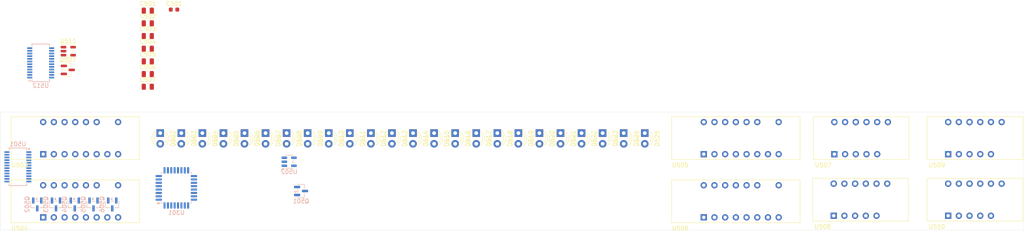
<source format=kicad_pcb>
(kicad_pcb (version 20241229) (generator "pcbnew") (generator_version "9.0")
  (layers (0 "F.Cu" signal) (2 "B.Cu" signal) (13 "F.Paste" user) (15 "B.Paste" user) (5 "F.SilkS" user "F.Silkscreen") (7 "B.SilkS" user "B.Silkscreen") (1 "F.Mask" user) (3 "B.Mask" user) (25 "Edge.Cuts" user))
  (net 0 "")
  (net 1 "Net-(Q501-S)")
  (net 2 "Net-(Q501-D)")
  (net 3 "Net-(Q501-G)")
  (net 7 "Net-(D502-A)")
  (net 35 "/Display/LINE1_1")
  (net 36 "VDD")
  (net 37 "GND")
  (net 38 "Net-(U502--)")
  (net 39 "/Display/LINE1_2")
  (net 40 "Net-(D501-A)")
  (net 41 "/Display/DIS1_EN")
  (net 42 "Net-(Q503-D)")
  (net 43 "/Display/DIS2_EN")
  (net 44 "Net-(Q504-D)")
  (net 45 "/Display/DIS3_EN")
  (net 46 "/Display/DIS4_EN")
  (net 47 "Net-(Q505-D)")
  (net 48 "Net-(Q506-D)")
  (net 49 "/Display/DIS5_EN")
  (net 50 "LED_BRIGHT")
  (net 51 "/Display/DIS1_DP")
  (net 52 "/Display/DIS1_C")
  (net 53 "/Display/DIS1_F")
  (net 54 "/Display/DIS1_E")
  (net 55 "/Display/DIS1_G")
  (net 56 "/Display/DIS1_D")
  (net 57 "/Display/DIS1_B")
  (net 58 "/Display/DIS1_A")
  (net 59 "/Display/DIS2_G")
  (net 60 "/Display/DIS2_DP")
  (net 61 "/Display/DIS2_D")
  (net 62 "/Display/DIS2_E")
  (net 63 "/Display/DIS2_C")
  (net 64 "/Display/DIS2_B")
  (net 65 "/Display/DIS2_F")
  (net 92 "/Display/DIS2_A")
  (net 138 "/Display/!SCT_LA")
  (net 139 "/Display/!SCT_EN")
  (net 140 "/Display/STC_SDI")
  (net 141 "Net-(U501-CLK)")
  (net 142 "Net-(U501-VDD)")
  (net 143 "/Display/LINE1_3")
  (net 144 "/Display/LINE1_4")
  (net 145 "/Display/LINE1_5")
  (net 146 "/Display/LINE1_6")
  (net 147 "/Display/LINE1_7")
  (net 148 "/Display/LINE1_8")
  (net 149 "/Display/LINE1_9")
  (net 150 "/Display/LINE1_10")
  (net 151 "/Display/LINE1_11")
  (net 152 "/Display/LINE1_12")
  (net 153 "/Display/LINE1_13")
  (net 154 "/Display/LINE1_14")
  (net 155 "/Display/LINE1_15")
  (net 156 "/Display/LINE1_16")
  (net 157 "/Display/LINE1_17")
  (net 158 "/Display/LINE1_18")
  (net 159 "/Display/LINE1_19")
  (net 160 "/Display/LINE1_20")
  (net 161 "/Display/LINE1_21")
  (net 162 "/Display/LINE1_22")
  (net 163 "/Display/LINE1_23")
  (net 164 "/Display/LINE1_24")
  (net 165 "Net-(Q507-G)")
  (net 166 "Net-(Q507-S)")
  (net 167 "Net-(Q507-D)")
  (net 168 "+3.3V")
  (net 169 "Net-(U511--)")
  (net 170 "Net-(U512-VDD)")
  (net 171 "Net-(U512-CLK)")
  (footprint "Capacitor_SMD:C_0805_2012Metric" (layer "F.Cu") (at 60.05 28.95)
    (property "Reference" "C502" (at 0 -1.68 0) (layer "F.SilkS"))
    (property "Value" "4u7")
    (pad "1" smd roundrect (at -0.95 0) (size 1 1.45) (layers "F.Cu" "F.Mask" "F.Paste") (net 168 "+3.3V"))
    (pad "2" smd roundrect (at 0.95 0) (size 1 1.45) (layers "F.Cu" "F.Mask" "F.Paste") (net 37 "GND"))
  )
  (footprint "LED_THT:LED_D3.0mm" (layer "F.Cu") (at 133 55 -90)
    (property "Reference" "D516" (at 1.27 -2.96 90) (layer "F.SilkS"))
    (property "Value" "LED")
    (pad "1" thru_hole rect (at 0 0 270) (size 1.8 1.8) (drill 0.9) (layers "*.Cu" "*.Mask") (net 155 "/Display/LINE1_15"))
    (pad "2" thru_hole circle (at 2.54 0 270) (size 1.8 1.8) (drill 0.9) (layers "*.Cu" "*.Mask") (net 7 "Net-(D502-A)"))
  )
  (footprint "LED_THT:LED_D3.0mm" (layer "F.Cu") (at 123 55 -90)
    (property "Reference" "D514" (at 1.27 -2.96 90) (layer "F.SilkS"))
    (property "Value" "LED")
    (pad "1" thru_hole rect (at 0 0 270) (size 1.8 1.8) (drill 0.9) (layers "*.Cu" "*.Mask") (net 153 "/Display/LINE1_13"))
    (pad "2" thru_hole circle (at 2.54 0 270) (size 1.8 1.8) (drill 0.9) (layers "*.Cu" "*.Mask") (net 7 "Net-(D502-A)"))
  )
  (footprint "LED_THT:LED_D3.0mm" (layer "F.Cu") (at 98 55 -90)
    (property "Reference" "D509" (at 1.27 -2.96 90) (layer "F.SilkS"))
    (property "Value" "LED")
    (pad "1" thru_hole rect (at 0 0 270) (size 1.8 1.8) (drill 0.9) (layers "*.Cu" "*.Mask") (net 148 "/Display/LINE1_8"))
    (pad "2" thru_hole circle (at 2.54 0 270) (size 1.8 1.8) (drill 0.9) (layers "*.Cu" "*.Mask") (net 7 "Net-(D502-A)"))
  )
  (footprint "LED_THT:LED_D3.0mm" (layer "F.Cu") (at 173 55 -90)
    (property "Reference" "D524" (at 1.27 -2.96 90) (layer "F.SilkS"))
    (property "Value" "LED")
    (pad "1" thru_hole rect (at 0 0 270) (size 1.8 1.8) (drill 0.9) (layers "*.Cu" "*.Mask") (net 163 "/Display/LINE1_23"))
    (pad "2" thru_hole circle (at 2.54 0 270) (size 1.8 1.8) (drill 0.9) (layers "*.Cu" "*.Mask") (net 7 "Net-(D502-A)"))
  )
  (footprint "JPDisplays:KW3-281AVA" (layer "F.Cu") (at 229.35 56.19)
    (property "Reference" "U507" (at -9 6.4 180) (layer "F.SilkS"))
    (property "Value" "KW3-281AVA")
    (pad "1" thru_hole rect (at -6.35 3.81 90) (size 1.5 1.5) (drill 0.8) (layers "*.Cu" "*.Mask"))
    (pad "2" thru_hole circle (at -3.81 3.81 90) (size 1.5 1.5) (drill 0.8) (layers "*.Cu" "*.Mask"))
    (pad "3" thru_hole circle (at -1.27 3.81 90) (size 1.5 1.5) (drill 0.8) (layers "*.Cu" "*.Mask"))
    (pad "4" thru_hole circle (at 1.27 3.81 90) (size 1.5 1.5) (drill 0.8) (layers "*.Cu" "*.Mask"))
    (pad "5" thru_hole circle (at 3.81 3.81 90) (size 1.5 1.5) (drill 0.8) (layers "*.Cu" "*.Mask"))
    (pad "7" thru_hole circle (at 6.35 -3.81 90) (size 1.5 1.5) (drill 0.8) (layers "*.Cu" "*.Mask"))
    (pad "8" thru_hole circle (at 3.81 -3.81 90) (size 1.5 1.5) (drill 0.8) (layers "*.Cu" "*.Mask"))
    (pad "9" thru_hole circle (at 1.27 -3.81 90) (size 1.5 1.5) (drill 0.8) (layers "*.Cu" "*.Mask"))
    (pad "10" thru_hole circle (at -1.27 -3.81 90) (size 1.5 1.5) (drill 0.8) (layers "*.Cu" "*.Mask"))
    (pad "10" thru_hole circle (at -1.27 -3.81 90) (size 1.5 1.5) (drill 0.8) (layers "*.Cu" "*.Mask"))
    (pad "11" thru_hole circle (at -3.81 -3.81 90) (size 1.5 1.5) (drill 0.8) (layers "*.Cu" "*.Mask"))
    (pad "12" thru_hole circle (at -6.35 -3.81 90) (size 1.5 1.5) (drill 0.8) (layers "*.Cu" "*.Mask"))
    (pad "12" thru_hole circle (at -6.35 -3.81 90) (size 1.5 1.5) (drill 0.8) (layers "*.Cu" "*.Mask"))
  )
  (footprint "LED_THT:LED_D3.0mm" (layer "F.Cu") (at 178 55 -90)
    (property "Reference" "D525" (at 1.27 -2.96 90) (layer "F.SilkS"))
    (property "Value" "LED")
    (pad "1" thru_hole rect (at 0 0 270) (size 1.8 1.8) (drill 0.9) (layers "*.Cu" "*.Mask") (net 164 "/Display/LINE1_24"))
    (pad "2" thru_hole circle (at 2.54 0 270) (size 1.8 1.8) (drill 0.9) (layers "*.Cu" "*.Mask") (net 7 "Net-(D502-A)"))
  )
  (footprint "Package_TO_SOT_SMD:SOT-23" (layer "F.Cu") (at 41.0625 40)
    (property "Reference" "Q507" (at 0 -2.4 0) (layer "F.SilkS"))
    (property "Value" "IRLML2502")
    (pad "1" smd roundrect (at -0.9375 -0.95) (size 1.475 0.6) (layers "F.Cu" "F.Mask" "F.Paste") (net 165 "Net-(Q507-G)"))
    (pad "2" smd roundrect (at -0.9375 0.95) (size 1.475 0.6) (layers "F.Cu" "F.Mask" "F.Paste") (net 166 "Net-(Q507-S)"))
    (pad "3" smd roundrect (at 0.9375 0) (size 1.475 0.6) (layers "F.Cu" "F.Mask" "F.Paste") (net 167 "Net-(Q507-D)"))
  )
  (footprint "LED_THT:LED_D3.0mm" (layer "F.Cu") (at 153 55 -90)
    (property "Reference" "D520" (at 1.27 -2.96 90) (layer "F.SilkS"))
    (property "Value" "LED")
    (pad "1" thru_hole rect (at 0 0 270) (size 1.8 1.8) (drill 0.9) (layers "*.Cu" "*.Mask") (net 159 "/Display/LINE1_19"))
    (pad "2" thru_hole circle (at 2.54 0 270) (size 1.8 1.8) (drill 0.9) (layers "*.Cu" "*.Mask") (net 7 "Net-(D502-A)"))
  )
  (footprint "LED_THT:LED_D3.0mm" (layer "F.Cu") (at 168 55 -90)
    (property "Reference" "D523" (at 1.27 -2.96 90) (layer "F.SilkS"))
    (property "Value" "LED")
    (pad "1" thru_hole rect (at 0 0 270) (size 1.8 1.8) (drill 0.9) (layers "*.Cu" "*.Mask") (net 162 "/Display/LINE1_22"))
    (pad "2" thru_hole circle (at 2.54 0 270) (size 1.8 1.8) (drill 0.9) (layers "*.Cu" "*.Mask") (net 7 "Net-(D502-A)"))
  )
  (footprint "LED_THT:LED_D3.0mm" (layer "F.Cu") (at 113 55 -90)
    (property "Reference" "D512" (at 1.27 -2.96 90) (layer "F.SilkS"))
    (property "Value" "LED")
    (pad "1" thru_hole rect (at 0 0 270) (size 1.8 1.8) (drill 0.9) (layers "*.Cu" "*.Mask") (net 151 "/Display/LINE1_11"))
    (pad "2" thru_hole circle (at 2.54 0 270) (size 1.8 1.8) (drill 0.9) (layers "*.Cu" "*.Mask") (net 7 "Net-(D502-A)"))
  )
  (footprint "LED_THT:LED_D3.0mm" (layer "F.Cu") (at 78 55 -90)
    (property "Reference" "D505" (at 1.27 -2.96 90) (layer "F.SilkS"))
    (property "Value" "LED")
    (pad "1" thru_hole rect (at 0 0 270) (size 1.8 1.8) (drill 0.9) (layers "*.Cu" "*.Mask") (net 144 "/Display/LINE1_4"))
    (pad "2" thru_hole circle (at 2.54 0 270) (size 1.8 1.8) (drill 0.9) (layers "*.Cu" "*.Mask") (net 7 "Net-(D502-A)"))
  )
  (footprint "Capacitor_SMD:C_0805_2012Metric" (layer "F.Cu") (at 60.05 40.99)
    (property "Reference" "C506" (at 0 -1.68 0) (layer "F.SilkS"))
    (property "Value" "4u7")
    (pad "1" smd roundrect (at -0.95 0) (size 1 1.45) (layers "F.Cu" "F.Mask" "F.Paste") (net 168 "+3.3V"))
    (pad "2" smd roundrect (at 0.95 0) (size 1 1.45) (layers "F.Cu" "F.Mask" "F.Paste") (net 37 "GND"))
  )
  (footprint "Capacitor_SMD:C_0805_2012Metric" (layer "F.Cu") (at 60.05 44)
    (property "Reference" "C507" (at 0 -1.68 0) (layer "F.SilkS"))
    (property "Value" "1u")
    (pad "1" smd roundrect (at -0.95 0) (size 1 1.45) (layers "F.Cu" "F.Mask" "F.Paste") (net 168 "+3.3V"))
    (pad "2" smd roundrect (at 0.95 0) (size 1 1.45) (layers "F.Cu" "F.Mask" "F.Paste") (net 37 "GND"))
  )
  (footprint "LED_THT:LED_D3.0mm" (layer "F.Cu") (at 158 55 -90)
    (property "Reference" "D521" (at 1.27 -2.96 90) (layer "F.SilkS"))
    (property "Value" "LED")
    (pad "1" thru_hole rect (at 0 0 270) (size 1.8 1.8) (drill 0.9) (layers "*.Cu" "*.Mask") (net 160 "/Display/LINE1_20"))
    (pad "2" thru_hole circle (at 2.54 0 270) (size 1.8 1.8) (drill 0.9) (layers "*.Cu" "*.Mask") (net 7 "Net-(D502-A)"))
  )
  (footprint "LED_THT:LED_D3.0mm" (layer "F.Cu") (at 148 55 -90)
    (property "Reference" "D519" (at 1.27 -2.96 90) (layer "F.SilkS"))
    (property "Value" "LED")
    (pad "1" thru_hole rect (at 0 0 270) (size 1.8 1.8) (drill 0.9) (layers "*.Cu" "*.Mask") (net 158 "/Display/LINE1_18"))
    (pad "2" thru_hole circle (at 2.54 0 270) (size 1.8 1.8) (drill 0.9) (layers "*.Cu" "*.Mask") (net 7 "Net-(D502-A)"))
  )
  (footprint "JPDisplays:KW3-281AVA" (layer "F.Cu") (at 256.35 56.19)
    (property "Reference" "U509" (at -9 6.4 180) (layer "F.SilkS"))
    (property "Value" "KW3-281AVA")
    (pad "1" thru_hole rect (at -6.35 3.81 90) (size 1.5 1.5) (drill 0.8) (layers "*.Cu" "*.Mask"))
    (pad "2" thru_hole circle (at -3.81 3.81 90) (size 1.5 1.5) (drill 0.8) (layers "*.Cu" "*.Mask"))
    (pad "3" thru_hole circle (at -1.27 3.81 90) (size 1.5 1.5) (drill 0.8) (layers "*.Cu" "*.Mask"))
    (pad "4" thru_hole circle (at 1.27 3.81 90) (size 1.5 1.5) (drill 0.8) (layers "*.Cu" "*.Mask"))
    (pad "5" thru_hole circle (at 3.81 3.81 90) (size 1.5 1.5) (drill 0.8) (layers "*.Cu" "*.Mask"))
    (pad "7" thru_hole circle (at 6.35 -3.81 90) (size 1.5 1.5) (drill 0.8) (layers "*.Cu" "*.Mask"))
    (pad "8" thru_hole circle (at 3.81 -3.81 90) (size 1.5 1.5) (drill 0.8) (layers "*.Cu" "*.Mask"))
    (pad "9" thru_hole circle (at 1.27 -3.81 90) (size 1.5 1.5) (drill 0.8) (layers "*.Cu" "*.Mask"))
    (pad "10" thru_hole circle (at -1.27 -3.81 90) (size 1.5 1.5) (drill 0.8) (layers "*.Cu" "*.Mask"))
    (pad "10" thru_hole circle (at -1.27 -3.81 90) (size 1.5 1.5) (drill 0.8) (layers "*.Cu" "*.Mask"))
    (pad "11" thru_hole circle (at -3.81 -3.81 90) (size 1.5 1.5) (drill 0.8) (layers "*.Cu" "*.Mask"))
    (pad "12" thru_hole circle (at -6.35 -3.81 90) (size 1.5 1.5) (drill 0.8) (layers "*.Cu" "*.Mask"))
    (pad "12" thru_hole circle (at -6.35 -3.81 90) (size 1.5 1.5) (drill 0.8) (layers "*.Cu" "*.Mask"))
  )
  (footprint "LED_THT:LED_D3.0mm" (layer "F.Cu") (at 73 55 -90)
    (property "Reference" "D504" (at 1.27 -2.96 90) (layer "F.SilkS"))
    (property "Value" "LED")
    (pad "1" thru_hole rect (at 0 0 270) (size 1.8 1.8) (drill 0.9) (layers "*.Cu" "*.Mask") (net 143 "/Display/LINE1_3"))
    (pad "2" thru_hole circle (at 2.54 0 270) (size 1.8 1.8) (drill 0.9) (layers "*.Cu" "*.Mask") (net 7 "Net-(D502-A)"))
  )
  (footprint "LED_THT:LED_D3.0mm" (layer "F.Cu") (at 93 55 -90)
    (property "Reference" "D508" (at 1.27 -2.96 90) (layer "F.SilkS"))
    (property "Value" "LED")
    (pad "1" thru_hole rect (at 0 0 270) (size 1.8 1.8) (drill 0.9) (layers "*.Cu" "*.Mask") (net 147 "/Display/LINE1_7"))
    (pad "2" thru_hole circle (at 2.54 0 270) (size 1.8 1.8) (drill 0.9) (layers "*.Cu" "*.Mask") (net 7 "Net-(D502-A)"))
  )
  (footprint "LED_THT:LED_D3.0mm" (layer "F.Cu") (at 138 55 -90)
    (property "Reference" "D517" (at 1.27 -2.96 90) (layer "F.SilkS"))
    (property "Value" "LED")
    (pad "1" thru_hole rect (at 0 0 270) (size 1.8 1.8) (drill 0.9) (layers "*.Cu" "*.Mask") (net 156 "/Display/LINE1_16"))
    (pad "2" thru_hole circle (at 2.54 0 270) (size 1.8 1.8) (drill 0.9) (layers "*.Cu" "*.Mask") (net 7 "Net-(D502-A)"))
  )
  (footprint "JPDisplays:LFD028BUE-103A" (layer "F.Cu") (at 199.62 56.19)
    (property "Reference" "U505" (at -13.2 6.4 180) (layer "F.SilkS"))
    (property "Value" "LFD028BUE-103A")
    (pad "1" thru_hole rect (at -7.62 3.81 90) (size 1.5 1.5) (drill 0.8) (layers "*.Cu" "*.Mask"))
    (pad "2" thru_hole circle (at -5.08 3.81 90) (size 1.5 1.5) (drill 0.8) (layers "*.Cu" "*.Mask"))
    (pad "3" thru_hole circle (at -2.54 3.81 90) (size 1.5 1.5) (drill 0.8) (layers "*.Cu" "*.Mask"))
    (pad "4" thru_hole circle (at 0 3.81 90) (size 1.5 1.5) (drill 0.8) (layers "*.Cu" "*.Mask"))
    (pad "5" thru_hole circle (at 2.54 3.81 90) (size 1.5 1.5) (drill 0.8) (layers "*.Cu" "*.Mask"))
    (pad "6" thru_hole circle (at 5.08 3.81 90) (size 1.5 1.5) (drill 0.8) (layers "*.Cu" "*.Mask"))
    (pad "7" thru_hole circle (at 7.62 3.81 90) (size 1.5 1.5) (drill 0.8) (layers "*.Cu" "*.Mask"))
    (pad "8" thru_hole circle (at 10.16 3.81 90) (size 1.5 1.5) (drill 0.8) (layers "*.Cu" "*.Mask"))
    (pad "9" thru_hole circle (at 10.16 -3.81 90) (size 1.5 1.5) (drill 0.8) (layers "*.Cu" "*.Mask"))
    (pad "11" thru_hole circle (at 5.08 -3.81 90) (size 1.5 1.5) (drill 0.8) (layers "*.Cu" "*.Mask"))
    (pad "12" thru_hole circle (at 2.54 -3.81 90) (size 1.5 1.5) (drill 0.8) (layers "*.Cu" "*.Mask"))
    (pad "13" thru_hole circle (at 0 -3.81 90) (size 1.5 1.5) (drill 0.8) (layers "*.Cu" "*.Mask"))
    (pad "14" thru_hole circle (at -2.54 -3.81 90) (size 1.5 1.5) (drill 0.8) (layers "*.Cu" "*.Mask"))
    (pad "15" thru_hole circle (at -5.08 -3.81 90) (size 1.5 1.5) (drill 0.8) (layers "*.Cu" "*.Mask"))
    (pad "16" thru_hole circle (at -7.62 -3.81 90) (size 1.5 1.5) (drill 0.8) (layers "*.Cu" "*.Mask"))
  )
  (footprint "LED_THT:LED_D3.0mm" (layer "F.Cu") (at 68 55 -90)
    (property "Reference" "D503" (at 1.27 -2.96 90) (layer "F.SilkS"))
    (property "Value" "LED")
    (pad "1" thru_hole rect (at 0 0 270) (size 1.8 1.8) (drill 0.9) (layers "*.Cu" "*.Mask") (net 39 "/Display/LINE1_2"))
    (pad "2" thru_hole circle (at 2.54 0 270) (size 1.8 1.8) (drill 0.9) (layers "*.Cu" "*.Mask") (net 7 "Net-(D502-A)"))
  )
  (footprint "LED_THT:LED_D3.0mm" (layer "F.Cu") (at 118 55 -90)
    (property "Reference" "D513" (at 1.27 -2.96 90) (layer "F.SilkS"))
    (property "Value" "LED")
    (pad "1" thru_hole rect (at 0 0 270) (size 1.8 1.8) (drill 0.9) (layers "*.Cu" "*.Mask") (net 152 "/Display/LINE1_12"))
    (pad "2" thru_hole circle (at 2.54 0 270) (size 1.8 1.8) (drill 0.9) (layers "*.Cu" "*.Mask") (net 7 "Net-(D502-A)"))
  )
  (footprint "Capacitor_SMD:C_0805_2012Metric" (layer "F.Cu") (at 60.05 31.96)
    (property "Reference" "C503" (at 0 -1.68 0) (layer "F.SilkS"))
    (property "Value" "10p")
    (pad "1" smd roundrect (at -0.95 0) (size 1 1.45) (layers "F.Cu" "F.Mask" "F.Paste") (net 141 "Net-(U501-CLK)"))
    (pad "2" smd roundrect (at 0.95 0) (size 1 1.45) (layers "F.Cu" "F.Mask" "F.Paste") (net 37 "GND"))
  )
  (footprint "JPDisplays:LFD028BUE-103A" (layer "F.Cu") (at 42.84 56.19)
    (property "Reference" "U503" (at -13.2 6.4 180) (layer "F.SilkS"))
    (property "Value" "LFD028BUE-103A")
    (pad "1" thru_hole rect (at -7.62 3.81 90) (size 1.5 1.5) (drill 0.8) (layers "*.Cu" "*.Mask") (net 7 "Net-(D502-A)"))
    (pad "2" thru_hole circle (at -5.08 3.81 90) (size 1.5 1.5) (drill 0.8) (layers "*.Cu" "*.Mask") (net 52 "/Display/DIS1_C"))
    (pad "3" thru_hole circle (at -2.54 3.81 90) (size 1.5 1.5) (drill 0.8) (layers "*.Cu" "*.Mask") (net 51 "/Display/DIS1_DP"))
    (pad "4" thru_hole circle (at 0 3.81 90) (size 1.5 1.5) (drill 0.8) (layers "*.Cu" "*.Mask"))
    (pad "5" thru_hole circle (at 2.54 3.81 90) (size 1.5 1.5) (drill 0.8) (layers "*.Cu" "*.Mask") (net 54 "/Display/DIS1_E"))
    (pad "6" thru_hole circle (at 5.08 3.81 90) (size 1.5 1.5) (drill 0.8) (layers "*.Cu" "*.Mask") (net 56 "/Display/DIS1_D"))
    (pad "7" thru_hole circle (at 7.62 3.81 90) (size 1.5 1.5) (drill 0.8) (layers "*.Cu" "*.Mask") (net 55 "/Display/DIS1_G"))
    (pad "8" thru_hole circle (at 10.16 3.81 90) (size 1.5 1.5) (drill 0.8) (layers "*.Cu" "*.Mask") (net 47 "Net-(Q505-D)"))
    (pad "9" thru_hole circle (at 10.16 -3.81 90) (size 1.5 1.5) (drill 0.8) (layers "*.Cu" "*.Mask"))
    (pad "11" thru_hole circle (at 5.08 -3.81 90) (size 1.5 1.5) (drill 0.8) (layers "*.Cu" "*.Mask") (net 44 "Net-(Q504-D)"))
    (pad "12" thru_hole circle (at 2.54 -3.81 90) (size 1.5 1.5) (drill 0.8) (layers "*.Cu" "*.Mask") (net 48 "Net-(Q506-D)"))
    (pad "13" thru_hole circle (at 0 -3.81 90) (size 1.5 1.5) (drill 0.8) (layers "*.Cu" "*.Mask") (net 58 "/Display/DIS1_A"))
    (pad "14" thru_hole circle (at -2.54 -3.81 90) (size 1.5 1.5) (drill 0.8) (layers "*.Cu" "*.Mask") (net 42 "Net-(Q503-D)"))
    (pad "15" thru_hole circle (at -5.08 -3.81 90) (size 1.5 1.5) (drill 0.8) (layers "*.Cu" "*.Mask") (net 57 "/Display/DIS1_B"))
    (pad "16" thru_hole circle (at -7.62 -3.81 90) (size 1.5 1.5) (drill 0.8) (layers "*.Cu" "*.Mask") (net 53 "/Display/DIS1_F"))
  )
  (footprint "Capacitor_SMD:C_0603_1608Metric" (layer "F.Cu") (at 66.28 25.69)
    (property "Reference" "C301" (at 0 -1.43 0) (layer "F.SilkS"))
    (property "Value" "100n")
    (pad "1" smd roundrect (at -0.775 0) (size 0.9 0.95) (layers "F.Cu" "F.Mask" "F.Paste") (net 168 "+3.3V"))
    (pad "2" smd roundrect (at 0.775 0) (size 0.9 0.95) (layers "F.Cu" "F.Mask" "F.Paste") (net 37 "GND"))
  )
  (footprint "LED_THT:LED_D3.0mm" (layer "F.Cu") (at 63 55 -90)
    (property "Reference" "D502" (at 1.27 -2.96 90) (layer "F.SilkS"))
    (property "Value" "LED")
    (pad "1" thru_hole rect (at 0 0 270) (size 1.8 1.8) (drill 0.9) (layers "*.Cu" "*.Mask") (net 35 "/Display/LINE1_1"))
    (pad "2" thru_hole circle (at 2.54 0 270) (size 1.8 1.8) (drill 0.9) (layers "*.Cu" "*.Mask") (net 7 "Net-(D502-A)"))
  )
  (footprint "Capacitor_SMD:C_0805_2012Metric" (layer "F.Cu") (at 60.05 37.98)
    (property "Reference" "C505" (at 0 -1.68 0) (layer "F.SilkS"))
    (property "Value" "10p")
    (pad "1" smd roundrect (at -0.95 0) (size 1 1.45) (layers "F.Cu" "F.Mask" "F.Paste") (net 171 "Net-(U512-CLK)"))
    (pad "2" smd roundrect (at 0.95 0) (size 1 1.45) (layers "F.Cu" "F.Mask" "F.Paste") (net 37 "GND"))
  )
  (footprint "LED_THT:LED_D3.0mm" (layer "F.Cu") (at 143 55 -90)
    (property "Reference" "D518" (at 1.27 -2.96 90) (layer "F.SilkS"))
    (property "Value" "LED")
    (pad "1" thru_hole rect (at 0 0 270) (size 1.8 1.8) (drill 0.9) (layers "*.Cu" "*.Mask") (net 157 "/Display/LINE1_17"))
    (pad "2" thru_hole circle (at 2.54 0 270) (size 1.8 1.8) (drill 0.9) (layers "*.Cu" "*.Mask") (net 7 "Net-(D502-A)"))
  )
  (footprint "Capacitor_SMD:C_0805_2012Metric" (layer "F.Cu") (at 60.05 34.97)
    (property "Reference" "C504" (at 0 -1.68 0) (layer "F.SilkS"))
    (property "Value" "10u")
    (pad "1" smd roundrect (at -0.95 0) (size 1 1.45) (layers "F.Cu" "F.Mask" "F.Paste") (net 40 "Net-(D501-A)"))
    (pad "2" smd roundrect (at 0.95 0) (size 1 1.45) (layers "F.Cu" "F.Mask" "F.Paste") (net 37 "GND"))
  )
  (footprint "LED_THT:LED_D3.0mm" (layer "F.Cu") (at 128 55 -90)
    (property "Reference" "D515" (at 1.27 -2.96 90) (layer "F.SilkS"))
    (property "Value" "LED")
    (pad "1" thru_hole rect (at 0 0 270) (size 1.8 1.8) (drill 0.9) (layers "*.Cu" "*.Mask") (net 154 "/Display/LINE1_14"))
    (pad "2" thru_hole circle (at 2.54 0 270) (size 1.8 1.8) (drill 0.9) (layers "*.Cu" "*.Mask") (net 7 "Net-(D502-A)"))
  )
  (footprint "JPDisplays:KW3-281AVA" (layer "F.Cu") (at 229.19 70.81)
    (property "Reference" "U508" (at -9 6.4 180) (layer "F.SilkS"))
    (property "Value" "KW3-281AVA")
    (pad "1" thru_hole rect (at -6.35 3.81 90) (size 1.5 1.5) (drill 0.8) (layers "*.Cu" "*.Mask"))
    (pad "2" thru_hole circle (at -3.81 3.81 90) (size 1.5 1.5) (drill 0.8) (layers "*.Cu" "*.Mask"))
    (pad "3" thru_hole circle (at -1.27 3.81 90) (size 1.5 1.5) (drill 0.8) (layers "*.Cu" "*.Mask"))
    (pad "4" thru_hole circle (at 1.27 3.81 90) (size 1.5 1.5) (drill 0.8) (layers "*.Cu" "*.Mask"))
    (pad "5" thru_hole circle (at 3.81 3.81 90) (size 1.5 1.5) (drill 0.8) (layers "*.Cu" "*.Mask"))
    (pad "7" thru_hole circle (at 6.35 -3.81 90) (size 1.5 1.5) (drill 0.8) (layers "*.Cu" "*.Mask"))
    (pad "8" thru_hole circle (at 3.81 -3.81 90) (size 1.5 1.5) (drill 0.8) (layers "*.Cu" "*.Mask"))
    (pad "9" thru_hole circle (at 1.27 -3.81 90) (size 1.5 1.5) (drill 0.8) (layers "*.Cu" "*.Mask"))
    (pad "10" thru_hole circle (at -1.27 -3.81 90) (size 1.5 1.5) (drill 0.8) (layers "*.Cu" "*.Mask"))
    (pad "10" thru_hole circle (at -1.27 -3.81 90) (size 1.5 1.5) (drill 0.8) (layers "*.Cu" "*.Mask"))
    (pad "11" thru_hole circle (at -3.81 -3.81 90) (size 1.5 1.5) (drill 0.8) (layers "*.Cu" "*.Mask"))
    (pad "12" thru_hole circle (at -6.35 -3.81 90) (size 1.5 1.5) (drill 0.8) (layers "*.Cu" "*.Mask"))
    (pad "12" thru_hole circle (at -6.35 -3.81 90) (size 1.5 1.5) (drill 0.8) (layers "*.Cu" "*.Mask"))
  )
  (footprint "Package_TO_SOT_SMD:SOT-23-5" (layer "F.Cu") (at 41.1825 35.555)
    (property "Reference" "U511" (at 0 -2.4 0) (layer "F.SilkS"))
    (property "Value" "MCP6006T-E/OT")
    (pad "1" smd roundrect (at -1.1375 -0.95) (size 1.325 0.6) (layers "F.Cu" "F.Mask" "F.Paste") (net 165 "Net-(Q507-G)"))
    (pad "2" smd roundrect (at -1.1375 0) (size 1.325 0.6) (layers "F.Cu" "F.Mask" "F.Paste") (net 37 "GND"))
    (pad "3" smd roundrect (at -1.1375 0.95) (size 1.325 0.6) (layers "F.Cu" "F.Mask" "F.Paste") (net 50 "LED_BRIGHT"))
    (pad "4" smd roundrect (at 1.1375 0.95) (size 1.325 0.6) (layers "F.Cu" "F.Mask" "F.Paste") (net 169 "Net-(U511--)"))
    (pad "5" smd roundrect (at 1.1375 -0.95) (size 1.325 0.6) (layers "F.Cu" "F.Mask" "F.Paste") (net 36 "VDD"))
  )
  (footprint "JPDisplays:KW3-281AVA" (layer "F.Cu") (at 256.35 70.81)
    (property "Reference" "U510" (at -9 6.4 180) (layer "F.SilkS"))
    (property "Value" "KW3-281AVA")
    (pad "1" thru_hole rect (at -6.35 3.81 90) (size 1.5 1.5) (drill 0.8) (layers "*.Cu" "*.Mask"))
    (pad "2" thru_hole circle (at -3.81 3.81 90) (size 1.5 1.5) (drill 0.8) (layers "*.Cu" "*.Mask"))
    (pad "3" thru_hole circle (at -1.27 3.81 90) (size 1.5 1.5) (drill 0.8) (layers "*.Cu" "*.Mask"))
    (pad "4" thru_hole circle (at 1.27 3.81 90) (size 1.5 1.5) (drill 0.8) (layers "*.Cu" "*.Mask"))
    (pad "5" thru_hole circle (at 3.81 3.81 90) (size 1.5 1.5) (drill 0.8) (layers "*.Cu" "*.Mask"))
    (pad "7" thru_hole circle (at 6.35 -3.81 90) (size 1.5 1.5) (drill 0.8) (layers "*.Cu" "*.Mask"))
    (pad "8" thru_hole circle (at 3.81 -3.81 90) (size 1.5 1.5) (drill 0.8) (layers "*.Cu" "*.Mask"))
    (pad "9" thru_hole circle (at 1.27 -3.81 90) (size 1.5 1.5) (drill 0.8) (layers "*.Cu" "*.Mask"))
    (pad "10" thru_hole circle (at -1.27 -3.81 90) (size 1.5 1.5) (drill 0.8) (layers "*.Cu" "*.Mask"))
    (pad "10" thru_hole circle (at -1.27 -3.81 90) (size 1.5 1.5) (drill 0.8) (layers "*.Cu" "*.Mask"))
    (pad "11" thru_hole circle (at -3.81 -3.81 90) (size 1.5 1.5) (drill 0.8) (layers "*.Cu" "*.Mask"))
    (pad "12" thru_hole circle (at -6.35 -3.81 90) (size 1.5 1.5) (drill 0.8) (layers "*.Cu" "*.Mask"))
    (pad "12" thru_hole circle (at -6.35 -3.81 90) (size 1.5 1.5) (drill 0.8) (layers "*.Cu" "*.Mask"))
  )
  (footprint "JPDisplays:LFD028BUE-103A" (layer "F.Cu") (at 199.62 71.19)
    (property "Reference" "U506" (at -13.2 6.4 180) (layer "F.SilkS"))
    (property "Value" "LFD028BUE-103A")
    (pad "1" thru_hole rect (at -7.62 3.81 90) (size 1.5 1.5) (drill 0.8) (layers "*.Cu" "*.Mask"))
    (pad "2" thru_hole circle (at -5.08 3.81 90) (size 1.5 1.5) (drill 0.8) (layers "*.Cu" "*.Mask"))
    (pad "3" thru_hole circle (at -2.54 3.81 90) (size 1.5 1.5) (drill 0.8) (layers "*.Cu" "*.Mask"))
    (pad "4" thru_hole circle (at 0 3.81 90) (size 1.5 1.5) (drill 0.8) (layers "*.Cu" "*.Mask"))
    (pad "5" thru_hole circle (at 2.54 3.81 90) (size 1.5 1.5) (drill 0.8) (layers "*.Cu" "*.Mask"))
    (pad "6" thru_hole circle (at 5.08 3.81 90) (size 1.5 1.5) (drill 0.8) (layers "*.Cu" "*.Mask"))
    (pad "7" thru_hole circle (at 7.62 3.81 90) (size 1.5 1.5) (drill 0.8) (layers "*.Cu" "*.Mask"))
    (pad "8" thru_hole circle (at 10.16 3.81 90) (size 1.5 1.5) (drill 0.8) (layers "*.Cu" "*.Mask"))
    (pad "9" thru_hole circle (at 10.16 -3.81 90) (size 1.5 1.5) (drill 0.8) (layers "*.Cu" "*.Mask"))
    (pad "11" thru_hole circle (at 5.08 -3.81 90) (size 1.5 1.5) (drill 0.8) (layers "*.Cu" "*.Mask"))
    (pad "12" thru_hole circle (at 2.54 -3.81 90) (size 1.5 1.5) (drill 0.8) (layers "*.Cu" "*.Mask"))
    (pad "13" thru_hole circle (at 0 -3.81 90) (size 1.5 1.5) (drill 0.8) (layers "*.Cu" "*.Mask"))
    (pad "14" thru_hole circle (at -2.54 -3.81 90) (size 1.5 1.5) (drill 0.8) (layers "*.Cu" "*.Mask"))
    (pad "15" thru_hole circle (at -5.08 -3.81 90) (size 1.5 1.5) (drill 0.8) (layers "*.Cu" "*.Mask"))
    (pad "16" thru_hole circle (at -7.62 -3.81 90) (size 1.5 1.5) (drill 0.8) (layers "*.Cu" "*.Mask"))
  )
  (footprint "Capacitor_SMD:C_0805_2012Metric" (layer "F.Cu") (at 60.05 25.94)
    (property "Reference" "C501" (at 0 -1.68 0) (layer "F.SilkS"))
    (property "Value" "1u")
    (pad "1" smd roundrect (at -0.95 0) (size 1 1.45) (layers "F.Cu" "F.Mask" "F.Paste") (net 168 "+3.3V"))
    (pad "2" smd roundrect (at 0.95 0) (size 1 1.45) (layers "F.Cu" "F.Mask" "F.Paste") (net 37 "GND"))
  )
  (footprint "LED_THT:LED_D3.0mm" (layer "F.Cu") (at 88 55 -90)
    (property "Reference" "D507" (at 1.27 -2.96 90) (layer "F.SilkS"))
    (property "Value" "LED")
    (pad "1" thru_hole rect (at 0 0 270) (size 1.8 1.8) (drill 0.9) (layers "*.Cu" "*.Mask") (net 146 "/Display/LINE1_6"))
    (pad "2" thru_hole circle (at 2.54 0 270) (size 1.8 1.8) (drill 0.9) (layers "*.Cu" "*.Mask") (net 7 "Net-(D502-A)"))
  )
  (footprint "LED_THT:LED_D3.0mm" (layer "F.Cu") (at 108 55 -90)
    (property "Reference" "D511" (at 1.27 -2.96 90) (layer "F.SilkS"))
    (property "Value" "LED")
    (pad "1" thru_hole rect (at 0 0 270) (size 1.8 1.8) (drill 0.9) (layers "*.Cu" "*.Mask") (net 150 "/Display/LINE1_10"))
    (pad "2" thru_hole circle (at 2.54 0 270) (size 1.8 1.8) (drill 0.9) (layers "*.Cu" "*.Mask") (net 7 "Net-(D502-A)"))
  )
  (footprint "LED_THT:LED_D3.0mm" (layer "F.Cu") (at 103 55 -90)
    (property "Reference" "D510" (at 1.27 -2.96 90) (layer "F.SilkS"))
    (property "Value" "LED")
    (pad "1" thru_hole rect (at 0 0 270) (size 1.8 1.8) (drill 0.9) (layers "*.Cu" "*.Mask") (net 149 "/Display/LINE1_9"))
    (pad "2" thru_hole circle (at 2.54 0 270) (size 1.8 1.8) (drill 0.9) (layers "*.Cu" "*.Mask") (net 7 "Net-(D502-A)"))
  )
  (footprint "LED_THT:LED_D3.0mm" (layer "F.Cu") (at 163 55 -90)
    (property "Reference" "D522" (at 1.27 -2.96 90) (layer "F.SilkS"))
    (property "Value" "LED")
    (pad "1" thru_hole rect (at 0 0 270) (size 1.8 1.8) (drill 0.9) (layers "*.Cu" "*.Mask") (net 161 "/Display/LINE1_21"))
    (pad "2" thru_hole circle (at 2.54 0 270) (size 1.8 1.8) (drill 0.9) (layers "*.Cu" "*.Mask") (net 7 "Net-(D502-A)"))
  )
  (footprint "LED_THT:LED_D3.0mm" (layer "F.Cu") (at 83 55 -90)
    (property "Reference" "D506" (at 1.27 -2.96 90) (layer "F.SilkS"))
    (property "Value" "LED")
    (pad "1" thru_hole rect (at 0 0 270) (size 1.8 1.8) (drill 0.9) (layers "*.Cu" "*.Mask") (net 145 "/Display/LINE1_5"))
    (pad "2" thru_hole circle (at 2.54 0 270) (size 1.8 1.8) (drill 0.9) (layers "*.Cu" "*.Mask") (net 7 "Net-(D502-A)"))
  )
  (footprint "JPDisplays:LFD028BUE-103A" (layer "F.Cu") (at 42.84 71.19)
    (property "Reference" "U504" (at -13.2 6.4 180) (layer "F.SilkS"))
    (property "Value" "LFD028BUE-103A")
    (pad "1" thru_hole rect (at -7.62 3.81 90) (size 1.5 1.5) (drill 0.8) (layers "*.Cu" "*.Mask") (net 7 "Net-(D502-A)"))
    (pad "2" thru_hole circle (at -5.08 3.81 90) (size 1.5 1.5) (drill 0.8) (layers "*.Cu" "*.Mask") (net 63 "/Display/DIS2_C"))
    (pad "3" thru_hole circle (at -2.54 3.81 90) (size 1.5 1.5) (drill 0.8) (layers "*.Cu" "*.Mask") (net 60 "/Display/DIS2_DP"))
    (pad "4" thru_hole circle (at 0 3.81 90) (size 1.5 1.5) (drill 0.8) (layers "*.Cu" "*.Mask"))
    (pad "5" thru_hole circle (at 2.54 3.81 90) (size 1.5 1.5) (drill 0.8) (layers "*.Cu" "*.Mask") (net 62 "/Display/DIS2_E"))
    (pad "6" thru_hole circle (at 5.08 3.81 90) (size 1.5 1.5) (drill 0.8) (layers "*.Cu" "*.Mask") (net 61 "/Display/DIS2_D"))
    (pad "7" thru_hole circle (at 7.62 3.81 90) (size 1.5 1.5) (drill 0.8) (layers "*.Cu" "*.Mask") (net 59 "/Display/DIS2_G"))
    (pad "8" thru_hole circle (at 10.16 3.81 90) (size 1.5 1.5) (drill 0.8) (layers "*.Cu" "*.Mask") (net 47 "Net-(Q505-D)"))
    (pad "9" thru_hole circle (at 10.16 -3.81 90) (size 1.5 1.5) (drill 0.8) (layers "*.Cu" "*.Mask"))
    (pad "11" thru_hole circle (at 5.08 -3.81 90) (size 1.5 1.5) (drill 0.8) (layers "*.Cu" "*.Mask") (net 44 "Net-(Q504-D)"))
    (pad "12" thru_hole circle (at 2.54 -3.81 90) (size 1.5 1.5) (drill 0.8) (layers "*.Cu" "*.Mask") (net 48 "Net-(Q506-D)"))
    (pad "13" thru_hole circle (at 0 -3.81 90) (size 1.5 1.5) (drill 0.8) (layers "*.Cu" "*.Mask") (net 92 "/Display/DIS2_A"))
    (pad "14" thru_hole circle (at -2.54 -3.81 90) (size 1.5 1.5) (drill 0.8) (layers "*.Cu" "*.Mask") (net 42 "Net-(Q503-D)"))
    (pad "15" thru_hole circle (at -5.08 -3.81 90) (size 1.5 1.5) (drill 0.8) (layers "*.Cu" "*.Mask") (net 64 "/Display/DIS2_B"))
    (pad "16" thru_hole circle (at -7.62 -3.81 90) (size 1.5 1.5) (drill 0.8) (layers "*.Cu" "*.Mask") (net 65 "/Display/DIS2_F"))
  )
  (footprint "Package_QFP:LQFP-32_7x7mm_P0.8mm" (layer "B.Cu") (at 66.825 68)
    (property "Reference" "U301" (at 0 5.88 180) (layer "B.SilkS") (effects (justify mirror)))
    (property "Value" "STM32G0B1KCTx")
    (pad "1" smd roundrect (at -4.175 2.8) (size 1.5 0.5) (layers "B.Cu" "B.Mask" "B.Paste"))
    (pad "2" smd roundrect (at -4.175 2) (size 1.5 0.5) (layers "B.Cu" "B.Mask" "B.Paste"))
    (pad "3" smd roundrect (at -4.175 1.2) (size 1.5 0.5) (layers "B.Cu" "B.Mask" "B.Paste"))
    (pad "4" smd roundrect (at -4.175 0.4) (size 1.5 0.5) (layers "B.Cu" "B.Mask" "B.Paste") (net 168 "+3.3V"))
    (pad "5" smd roundrect (at -4.175 -0.4) (size 1.5 0.5) (layers "B.Cu" "B.Mask" "B.Paste") (net 37 "GND"))
    (pad "6" smd roundrect (at -4.175 -1.2) (size 1.5 0.5) (layers "B.Cu" "B.Mask" "B.Paste"))
    (pad "7" smd roundrect (at -4.175 -2) (size 1.5 0.5) (layers "B.Cu" "B.Mask" "B.Paste"))
    (pad "8" smd roundrect (at -4.175 -2.8) (size 1.5 0.5) (layers "B.Cu" "B.Mask" "B.Paste"))
    (pad "9" smd roundrect (at -2.8 -4.175) (size 0.5 1.5) (layers "B.Cu" "B.Mask" "B.Paste"))
    (pad "10" smd roundrect (at -2 -4.175) (size 0.5 1.5) (layers "B.Cu" "B.Mask" "B.Paste"))
    (pad "11" smd roundrect (at -1.2 -4.175) (size 0.5 1.5) (layers "B.Cu" "B.Mask" "B.Paste"))
    (pad "12" smd roundrect (at -0.4 -4.175) (size 0.5 1.5) (layers "B.Cu" "B.Mask" "B.Paste"))
    (pad "13" smd roundrect (at 0.4 -4.175) (size 0.5 1.5) (layers "B.Cu" "B.Mask" "B.Paste"))
    (pad "14" smd roundrect (at 1.2 -4.175) (size 0.5 1.5) (layers "B.Cu" "B.Mask" "B.Paste"))
    (pad "15" smd roundrect (at 2 -4.175) (size 0.5 1.5) (layers "B.Cu" "B.Mask" "B.Paste"))
    (pad "16" smd roundrect (at 2.8 -4.175) (size 0.5 1.5) (layers "B.Cu" "B.Mask" "B.Paste"))
    (pad "17" smd roundrect (at 4.175 -2.8) (size 1.5 0.5) (layers "B.Cu" "B.Mask" "B.Paste"))
    (pad "18" smd roundrect (at 4.175 -2) (size 1.5 0.5) (layers "B.Cu" "B.Mask" "B.Paste"))
    (pad "19" smd roundrect (at 4.175 -1.2) (size 1.5 0.5) (layers "B.Cu" "B.Mask" "B.Paste"))
    (pad "20" smd roundrect (at 4.175 -0.4) (size 1.5 0.5) (layers "B.Cu" "B.Mask" "B.Paste"))
    (pad "21" smd roundrect (at 4.175 0.4) (size 1.5 0.5) (layers "B.Cu" "B.Mask" "B.Paste"))
    (pad "22" smd roundrect (at 4.175 1.2) (size 1.5 0.5) (layers "B.Cu" "B.Mask" "B.Paste"))
    (pad "23" smd roundrect (at 4.175 2) (size 1.5 0.5) (layers "B.Cu" "B.Mask" "B.Paste"))
    (pad "24" smd roundrect (at 4.175 2.8) (size 1.5 0.5) (layers "B.Cu" "B.Mask" "B.Paste"))
    (pad "25" smd roundrect (at 2.8 4.175) (size 0.5 1.5) (layers "B.Cu" "B.Mask" "B.Paste"))
    (pad "26" smd roundrect (at 2 4.175) (size 0.5 1.5) (layers "B.Cu" "B.Mask" "B.Paste"))
    (pad "27" smd roundrect (at 1.2 4.175) (size 0.5 1.5) (layers "B.Cu" "B.Mask" "B.Paste"))
    (pad "28" smd roundrect (at 0.4 4.175) (size 0.5 1.5) (layers "B.Cu" "B.Mask" "B.Paste"))
    (pad "29" smd roundrect (at -0.4 4.175) (size 0.5 1.5) (layers "B.Cu" "B.Mask" "B.Paste"))
    (pad "30" smd roundrect (at -1.2 4.175) (size 0.5 1.5) (layers "B.Cu" "B.Mask" "B.Paste"))
    (pad "31" smd roundrect (at -2 4.175) (size 0.5 1.5) (layers "B.Cu" "B.Mask" "B.Paste"))
    (pad "32" smd roundrect (at -2.8 4.175) (size 0.5 1.5) (layers "B.Cu" "B.Mask" "B.Paste"))
  )
  (footprint "Package_SO:SSOP-24_3.9x8.7mm_P0.635mm" (layer "B.Cu") (at 29.22 63 180)
    (property "Reference" "U501" (at 0 5.4 0) (layer "B.SilkS") (effects (justify mirror)))
    (property "Value" "SCT2024")
    (pad "1" smd rect (at -2.6 3.4925 180) (size 1.2 0.4) (layers "B.Cu" "B.Mask" "B.Paste") (net 37 "GND"))
    (pad "2" smd rect (at -2.6 2.8575 180) (size 1.2 0.4) (layers "B.Cu" "B.Mask" "B.Paste") (net 140 "/Display/STC_SDI"))
    (pad "3" smd rect (at -2.6 2.2225 180) (size 1.2 0.4) (layers "B.Cu" "B.Mask" "B.Paste") (net 141 "Net-(U501-CLK)"))
    (pad "4" smd rect (at -2.6 1.5875 180) (size 1.2 0.4) (layers "B.Cu" "B.Mask" "B.Paste") (net 138 "/Display/!SCT_LA"))
    (pad "5" smd rect (at -2.6 0.9525 180) (size 1.2 0.4) (layers "B.Cu" "B.Mask" "B.Paste") (net 58 "/Display/DIS1_A"))
    (pad "6" smd rect (at -2.6 0.3175 180) (size 1.2 0.4) (layers "B.Cu" "B.Mask" "B.Paste") (net 57 "/Display/DIS1_B"))
    (pad "7" smd rect (at -2.6 -0.3175 180) (size 1.2 0.4) (layers "B.Cu" "B.Mask" "B.Paste") (net 52 "/Display/DIS1_C"))
    (pad "8" smd rect (at -2.6 -0.9525 180) (size 1.2 0.4) (layers "B.Cu" "B.Mask" "B.Paste") (net 56 "/Display/DIS1_D"))
    (pad "9" smd rect (at -2.6 -1.5875 180) (size 1.2 0.4) (layers "B.Cu" "B.Mask" "B.Paste") (net 54 "/Display/DIS1_E"))
    (pad "10" smd rect (at -2.6 -2.2225 180) (size 1.2 0.4) (layers "B.Cu" "B.Mask" "B.Paste") (net 53 "/Display/DIS1_F"))
    (pad "11" smd rect (at -2.6 -2.8575 180) (size 1.2 0.4) (layers "B.Cu" "B.Mask" "B.Paste") (net 55 "/Display/DIS1_G"))
    (pad "12" smd rect (at -2.6 -3.4925 180) (size 1.2 0.4) (layers "B.Cu" "B.Mask" "B.Paste") (net 51 "/Display/DIS1_DP"))
    (pad "13" smd rect (at 2.6 -3.4925 180) (size 1.2 0.4) (layers "B.Cu" "B.Mask" "B.Paste") (net 92 "/Display/DIS2_A"))
    (pad "14" smd rect (at 2.6 -2.8575 180) (size 1.2 0.4) (layers "B.Cu" "B.Mask" "B.Paste") (net 64 "/Display/DIS2_B"))
    (pad "15" smd rect (at 2.6 -2.2225 180) (size 1.2 0.4) (layers "B.Cu" "B.Mask" "B.Paste") (net 63 "/Display/DIS2_C"))
    (pad "16" smd rect (at 2.6 -1.5875 180) (size 1.2 0.4) (layers "B.Cu" "B.Mask" "B.Paste") (net 61 "/Display/DIS2_D"))
    (pad "17" smd rect (at 2.6 -0.9525 180) (size 1.2 0.4) (layers "B.Cu" "B.Mask" "B.Paste") (net 62 "/Display/DIS2_E"))
    (pad "18" smd rect (at 2.6 -0.3175 180) (size 1.2 0.4) (layers "B.Cu" "B.Mask" "B.Paste") (net 65 "/Display/DIS2_F"))
    (pad "19" smd rect (at 2.6 0.3175 180) (size 1.2 0.4) (layers "B.Cu" "B.Mask" "B.Paste") (net 59 "/Display/DIS2_G"))
    (pad "20" smd rect (at 2.6 0.9525 180) (size 1.2 0.4) (layers "B.Cu" "B.Mask" "B.Paste") (net 60 "/Display/DIS2_DP"))
    (pad "21" smd rect (at 2.6 1.5875 180) (size 1.2 0.4) (layers "B.Cu" "B.Mask" "B.Paste") (net 139 "/Display/!SCT_EN"))
    (pad "22" smd rect (at 2.6 2.2225 180) (size 1.2 0.4) (layers "B.Cu" "B.Mask" "B.Paste"))
    (pad "23" smd rect (at 2.6 2.8575 180) (size 1.2 0.4) (layers "B.Cu" "B.Mask" "B.Paste") (net 2 "Net-(Q501-D)"))
    (pad "24" smd rect (at 2.6 3.4925 180) (size 1.2 0.4) (layers "B.Cu" "B.Mask" "B.Paste") (net 142 "Net-(U501-VDD)"))
  )
  (footprint "Package_TO_SOT_SMD:SOT-23" (layer "B.Cu") (at 51.62 71.9375 -90)
    (property "Reference" "Q506" (at 0 2.4 90) (layer "B.SilkS") (effects (justify mirror)))
    (property "Value" "Si2365EDS")
    (pad "1" smd roundrect (at -0.9375 0.95 270) (size 1.475 0.6) (layers "B.Cu" "B.Mask" "B.Paste") (net 49 "/Display/DIS5_EN"))
    (pad "2" smd roundrect (at -0.9375 -0.95 270) (size 1.475 0.6) (layers "B.Cu" "B.Mask" "B.Paste") (net 40 "Net-(D501-A)"))
    (pad "3" smd roundrect (at 0.9375 0 270) (size 1.475 0.6) (layers "B.Cu" "B.Mask" "B.Paste") (net 48 "Net-(Q506-D)"))
  )
  (footprint "Package_TO_SOT_SMD:SOT-23-5" (layer "B.Cu") (at 93.6 61.8)
    (property "Reference" "U502" (at 0 2.4 180) (layer "B.SilkS") (effects (justify mirror)))
    (property "Value" "MCP6006T-E/OT")
    (pad "1" smd roundrect (at -1.1375 0.95) (size 1.325 0.6) (layers "B.Cu" "B.Mask" "B.Paste") (net 3 "Net-(Q501-G)"))
    (pad "2" smd roundrect (at -1.1375 0) (size 1.325 0.6) (layers "B.Cu" "B.Mask" "B.Paste") (net 37 "GND"))
    (pad "3" smd roundrect (at -1.1375 -0.95) (size 1.325 0.6) (layers "B.Cu" "B.Mask" "B.Paste") (net 50 "LED_BRIGHT"))
    (pad "4" smd roundrect (at 1.1375 -0.95) (size 1.325 0.6) (layers "B.Cu" "B.Mask" "B.Paste") (net 38 "Net-(U502--)"))
    (pad "5" smd roundrect (at 1.1375 0.95) (size 1.325 0.6) (layers "B.Cu" "B.Mask" "B.Paste") (net 36 "VDD"))
  )
  (footprint "Package_TO_SOT_SMD:SOT-23" (layer "B.Cu") (at 42.72 71.9375 -90)
    (property "Reference" "Q504" (at 0 2.4 90) (layer "B.SilkS") (effects (justify mirror)))
    (property "Value" "Si2365EDS")
    (pad "1" smd roundrect (at -0.9375 0.95 270) (size 1.475 0.6) (layers "B.Cu" "B.Mask" "B.Paste") (net 45 "/Display/DIS3_EN"))
    (pad "2" smd roundrect (at -0.9375 -0.95 270) (size 1.475 0.6) (layers "B.Cu" "B.Mask" "B.Paste") (net 40 "Net-(D501-A)"))
    (pad "3" smd roundrect (at 0.9375 0 270) (size 1.475 0.6) (layers "B.Cu" "B.Mask" "B.Paste") (net 44 "Net-(Q504-D)"))
  )
  (footprint "Package_TO_SOT_SMD:SOT-23" (layer "B.Cu") (at 96.425 68.74)
    (property "Reference" "Q501" (at 0 2.4 180) (layer "B.SilkS") (effects (justify mirror)))
    (property "Value" "IRLML2502")
    (pad "1" smd roundrect (at -0.9375 0.95) (size 1.475 0.6) (layers "B.Cu" "B.Mask" "B.Paste") (net 3 "Net-(Q501-G)"))
    (pad "2" smd roundrect (at -0.9375 -0.95) (size 1.475 0.6) (layers "B.Cu" "B.Mask" "B.Paste") (net 1 "Net-(Q501-S)"))
    (pad "3" smd roundrect (at 0.9375 0) (size 1.475 0.6) (layers "B.Cu" "B.Mask" "B.Paste") (net 2 "Net-(Q501-D)"))
  )
  (footprint "Package_TO_SOT_SMD:SOT-23" (layer "B.Cu") (at 33.82 71.9375 -90)
    (property "Reference" "Q502" (at 0 2.4 90) (layer "B.SilkS") (effects (justify mirror)))
    (property "Value" "Si2365EDS")
    (pad "1" smd roundrect (at -0.9375 0.95 270) (size 1.475 0.6) (layers "B.Cu" "B.Mask" "B.Paste") (net 41 "/Display/DIS1_EN"))
    (pad "2" smd roundrect (at -0.9375 -0.95 270) (size 1.475 0.6) (layers "B.Cu" "B.Mask" "B.Paste") (net 40 "Net-(D501-A)"))
    (pad "3" smd roundrect (at 0.9375 0 270) (size 1.475 0.6) (layers "B.Cu" "B.Mask" "B.Paste") (net 7 "Net-(D502-A)"))
  )
  (footprint "Package_TO_SOT_SMD:SOT-23" (layer "B.Cu") (at 38.27 71.9375 -90)
    (property "Reference" "Q503" (at 0 2.4 90) (layer "B.SilkS") (effects (justify mirror)))
    (property "Value" "Si2365EDS")
    (pad "1" smd roundrect (at -0.9375 0.95 270) (size 1.475 0.6) (layers "B.Cu" "B.Mask" "B.Paste") (net 43 "/Display/DIS2_EN"))
    (pad "2" smd roundrect (at -0.9375 -0.95 270) (size 1.475 0.6) (layers "B.Cu" "B.Mask" "B.Paste") (net 40 "Net-(D501-A)"))
    (pad "3" smd roundrect (at 0.9375 0 270) (size 1.475 0.6) (layers "B.Cu" "B.Mask" "B.Paste") (net 42 "Net-(Q503-D)"))
  )
  (footprint "Package_TO_SOT_SMD:SOT-23" (layer "B.Cu") (at 47.17 71.9375 -90)
    (property "Reference" "Q505" (at 0 2.4 90) (layer "B.SilkS") (effects (justify mirror)))
    (property "Value" "Si2365EDS")
    (pad "1" smd roundrect (at -0.9375 0.95 270) (size 1.475 0.6) (layers "B.Cu" "B.Mask" "B.Paste") (net 46 "/Display/DIS4_EN"))
    (pad "2" smd roundrect (at -0.9375 -0.95 270) (size 1.475 0.6) (layers "B.Cu" "B.Mask" "B.Paste") (net 40 "Net-(D501-A)"))
    (pad "3" smd roundrect (at 0.9375 0 270) (size 1.475 0.6) (layers "B.Cu" "B.Mask" "B.Paste") (net 47 "Net-(Q505-D)"))
  )
  (footprint "Package_SO:SSOP-24_3.9x8.7mm_P0.635mm" (layer "B.Cu") (at 34.6325 38.33)
    (property "Reference" "U512" (at 0 5.4 180) (layer "B.SilkS") (effects (justify mirror)))
    (property "Value" "SCT2024")
    (pad "1" smd rect (at -2.6 3.4925) (size 1.2 0.4) (layers "B.Cu" "B.Mask" "B.Paste") (net 37 "GND"))
    (pad "2" smd rect (at -2.6 2.8575) (size 1.2 0.4) (layers "B.Cu" "B.Mask" "B.Paste") (net 140 "/Display/STC_SDI"))
    (pad "3" smd rect (at -2.6 2.2225) (size 1.2 0.4) (layers "B.Cu" "B.Mask" "B.Paste") (net 171 "Net-(U512-CLK)"))
    (pad "4" smd rect (at -2.6 1.5875) (size 1.2 0.4) (layers "B.Cu" "B.Mask" "B.Paste") (net 138 "/Display/!SCT_LA"))
    (pad "5" smd rect (at -2.6 0.9525) (size 1.2 0.4) (layers "B.Cu" "B.Mask" "B.Paste") (net 35 "/Display/LINE1_1"))
    (pad "6" smd rect (at -2.6 0.3175) (size 1.2 0.4) (layers "B.Cu" "B.Mask" "B.Paste") (net 39 "/Display/LINE1_2"))
    (pad "7" smd rect (at -2.6 -0.3175) (size 1.2 0.4) (layers "B.Cu" "B.Mask" "B.Paste") (net 143 "/Display/LINE1_3"))
    (pad "8" smd rect (at -2.6 -0.9525) (size 1.2 0.4) (layers "B.Cu" "B.Mask" "B.Paste") (net 144 "/Display/LINE1_4"))
    (pad "9" smd rect (at -2.6 -1.5875) (size 1.2 0.4) (layers "B.Cu" "B.Mask" "B.Paste") (net 145 "/Display/LINE1_5"))
    (pad "10" smd rect (at -2.6 -2.2225) (size 1.2 0.4) (layers "B.Cu" "B.Mask" "B.Paste") (net 146 "/Display/LINE1_6"))
    (pad "11" smd rect (at -2.6 -2.8575) (size 1.2 0.4) (layers "B.Cu" "B.Mask" "B.Paste") (net 147 "/Display/LINE1_7"))
    (pad "12" smd rect (at -2.6 -3.4925) (size 1.2 0.4) (layers "B.Cu" "B.Mask" "B.Paste") (net 148 "/Display/LINE1_8"))
    (pad "13" smd rect (at 2.6 -3.4925) (size 1.2 0.4) (layers "B.Cu" "B.Mask" "B.Paste") (net 149 "/Display/LINE1_9"))
    (pad "14" smd rect (at 2.6 -2.8575) (size 1.2 0.4) (layers "B.Cu" "B.Mask" "B.Paste") (net 150 "/Display/LINE1_10"))
    (pad "15" smd rect (at 2.6 -2.2225) (size 1.2 0.4) (layers "B.Cu" "B.Mask" "B.Paste") (net 151 "/Display/LINE1_11"))
    (pad "16" smd rect (at 2.6 -1.5875) (size 1.2 0.4) (layers "B.Cu" "B.Mask" "B.Paste") (net 152 "/Display/LINE1_12"))
    (pad "17" smd rect (at 2.6 -0.9525) (size 1.2 0.4) (layers "B.Cu" "B.Mask" "B.Paste") (net 153 "/Display/LINE1_13"))
    (pad "18" smd rect (at 2.6 -0.3175) (size 1.2 0.4) (layers "B.Cu" "B.Mask" "B.Paste") (net 154 "/Display/LINE1_14"))
    (pad "19" smd rect (at 2.6 0.3175) (size 1.2 0.4) (layers "B.Cu" "B.Mask" "B.Paste") (net 155 "/Display/LINE1_15"))
    (pad "20" smd rect (at 2.6 0.9525) (size 1.2 0.4) (layers "B.Cu" "B.Mask" "B.Paste") (net 156 "/Display/LINE1_16"))
    (pad "21" smd rect (at 2.6 1.5875) (size 1.2 0.4) (layers "B.Cu" "B.Mask" "B.Paste") (net 139 "/Display/!SCT_EN"))
    (pad "22" smd rect (at 2.6 2.2225) (size 1.2 0.4) (layers "B.Cu" "B.Mask" "B.Paste"))
    (pad "23" smd rect (at 2.6 2.8575) (size 1.2 0.4) (layers "B.Cu" "B.Mask" "B.Paste") (net 167 "Net-(Q507-D)"))
    (pad "24" smd rect (at 2.6 3.4925) (size 1.2 0.4) (layers "B.Cu" "B.Mask" "B.Paste") (net 170 "Net-(U512-VDD)"))
  )
  (gr_line (start 268 78) (end 25 78) (stroke (width 0.05)) (layer "Edge.Cuts"))
  (gr_line (start 268 50) (end 268 78) (stroke (width 0.05)) (layer "Edge.Cuts"))
  (gr_line (start 25 50) (end 268 50) (stroke (width 0.05)) (layer "Edge.Cuts"))
  (gr_line (start 25 78) (end 25 50) (stroke (width 0.05)) (layer "Edge.Cuts"))
)
</source>
